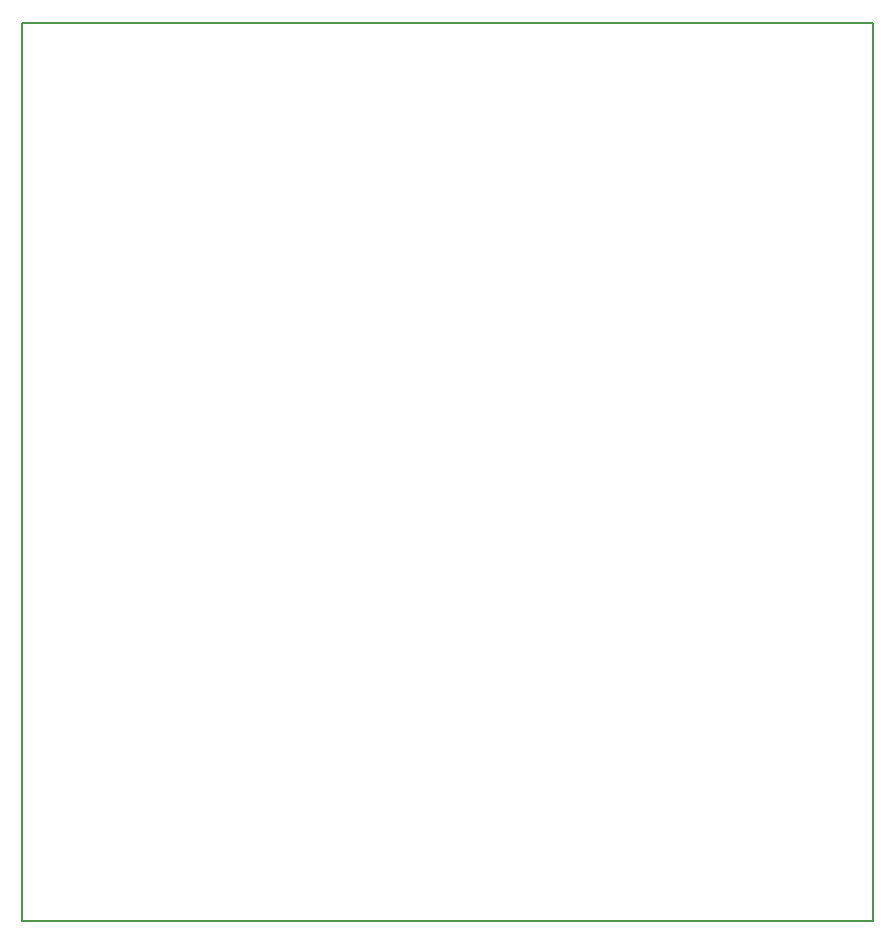
<source format=gbr>
G04 #@! TF.FileFunction,Profile,NP*
%FSLAX46Y46*%
G04 Gerber Fmt 4.6, Leading zero omitted, Abs format (unit mm)*
G04 Created by KiCad (PCBNEW 4.0.6-e0-6349~52~ubuntu16.10.1) date Mon May  1 13:22:21 2017*
%MOMM*%
%LPD*%
G01*
G04 APERTURE LIST*
%ADD10C,0.100000*%
%ADD11C,0.150000*%
G04 APERTURE END LIST*
D10*
D11*
X196000000Y-79000000D02*
X196000000Y-117000000D01*
X124000000Y-117000000D02*
X124000000Y-79000000D01*
X196000000Y-117000000D02*
X124000000Y-117000000D01*
X124000000Y-41000000D02*
X196000000Y-41000000D01*
X124000000Y-79000000D02*
X124000000Y-41000000D01*
X196000000Y-41000000D02*
X196000000Y-79000000D01*
M02*

</source>
